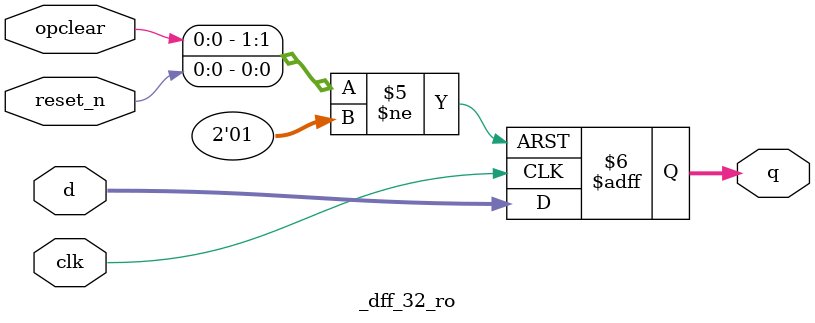
<source format=v>
module _dff_32_ro(clk, reset_n, opclear, d, q);								//declare d flip flop resetable module
	input clk, reset_n, opclear;
	input [31:0] d;										//set input
	output reg [31:0] q;									//set output reg
	
	always@ (posedge clk or negedge reset_n or posedge opclear)begin
		if(reset_n == 0) q <= 32'b0;
		else if(opclear == 1) q <= 32'b0;
		else q <= d;
	end
	
endmodule	
</source>
